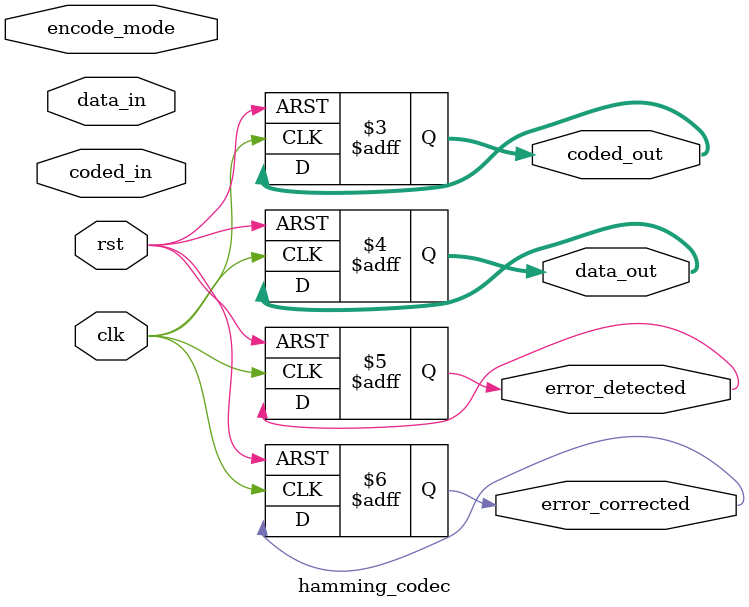
<source format=sv>
module hamming_codec #(parameter DATA_WIDTH = 4)
(
    input wire clk, rst,
    input wire encode_mode,
    input wire [DATA_WIDTH-1:0] data_in,
    input wire [(DATA_WIDTH+$clog2(DATA_WIDTH))-1:0] coded_in,
    output reg [(DATA_WIDTH+$clog2(DATA_WIDTH))-1:0] coded_out,
    output reg [DATA_WIDTH-1:0] data_out,
    output reg error_detected, error_corrected
);
    // Calculate number of parity bits required
    localparam PARITY_BITS = $clog2(DATA_WIDTH + $clog2(DATA_WIDTH) + 1);
    localparam TOTAL_BITS = DATA_WIDTH + PARITY_BITS;
    
    reg [TOTAL_BITS-1:0] working_reg;
    reg [PARITY_BITS-1:0] syndrome;
    integer i, j;
    
    always @(posedge clk or negedge rst) begin
        if (!rst) begin
            coded_out <= 0; data_out <= 0;
            error_detected <= 0; error_corrected <= 0;
        end else if (encode_mode) begin
            // Encoding logic - calculate and insert parity bits
            // Each parity bit covers positions where bit i is set in the position index
        end else begin
            // Decoding logic - calculate syndrome and correct errors if possible
        end
    end
endmodule
</source>
